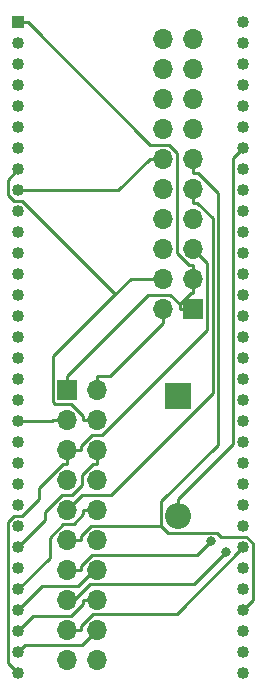
<source format=gbr>
%TF.GenerationSoftware,KiCad,Pcbnew,7.0.1*%
%TF.CreationDate,2023-07-20T10:28:40-07:00*%
%TF.ProjectId,tn_vdp_v9958_socket,746e5f76-6470-45f7-9639-3935385f736f,rev?*%
%TF.SameCoordinates,Original*%
%TF.FileFunction,Copper,L2,Bot*%
%TF.FilePolarity,Positive*%
%FSLAX46Y46*%
G04 Gerber Fmt 4.6, Leading zero omitted, Abs format (unit mm)*
G04 Created by KiCad (PCBNEW 7.0.1) date 2023-07-20 10:28:40*
%MOMM*%
%LPD*%
G01*
G04 APERTURE LIST*
%TA.AperFunction,ComponentPad*%
%ADD10R,2.200000X2.200000*%
%TD*%
%TA.AperFunction,ComponentPad*%
%ADD11O,2.200000X2.200000*%
%TD*%
%TA.AperFunction,ComponentPad*%
%ADD12R,1.700000X1.700000*%
%TD*%
%TA.AperFunction,ComponentPad*%
%ADD13O,1.700000X1.700000*%
%TD*%
%TA.AperFunction,ComponentPad*%
%ADD14R,1.016000X1.016000*%
%TD*%
%TA.AperFunction,ComponentPad*%
%ADD15C,1.016000*%
%TD*%
%TA.AperFunction,ViaPad*%
%ADD16C,0.800000*%
%TD*%
%TA.AperFunction,Conductor*%
%ADD17C,0.250000*%
%TD*%
G04 APERTURE END LIST*
D10*
%TO.P,D1,1,K*%
%TO.N,VCCO*%
X174000000Y-77750000D03*
D11*
%TO.P,D1,2,A*%
%TO.N,VCC*%
X174000000Y-87910000D03*
%TD*%
D12*
%TO.P,J3,1,Pin_1*%
%TO.N,GND*%
X164592000Y-77260000D03*
D13*
%TO.P,J3,2,Pin_2*%
%TO.N,VCCO*%
X167132000Y-77260000D03*
%TO.P,J3,3,Pin_3*%
%TO.N,GND*%
X164592000Y-79800000D03*
%TO.P,J3,4,Pin_4*%
%TO.N,CPUCLK*%
X167132000Y-79800000D03*
%TO.P,J3,5,Pin_5*%
%TO.N,CD7*%
X164592000Y-82340000D03*
%TO.P,J3,6,Pin_6*%
%TO.N,WAIT*%
X167132000Y-82340000D03*
%TO.P,J3,7,Pin_7*%
%TO.N,CD6*%
X164592000Y-84880000D03*
%TO.P,J3,8,Pin_8*%
%TO.N,unconnected-(J3-Pin_8-Pad8)*%
X167132000Y-84880000D03*
%TO.P,J3,9,Pin_9*%
%TO.N,CD5*%
X164592000Y-87420000D03*
%TO.P,J3,10,Pin_10*%
%TO.N,MODE1*%
X167132000Y-87420000D03*
%TO.P,J3,11,Pin_11*%
%TO.N,CD4*%
X164592000Y-89960000D03*
%TO.P,J3,12,Pin_12*%
%TO.N,~{RESET}*%
X167132000Y-89960000D03*
%TO.P,J3,13,Pin_13*%
%TO.N,CD3*%
X164592000Y-92500000D03*
%TO.P,J3,14,Pin_14*%
%TO.N,MODE0*%
X167132000Y-92500000D03*
%TO.P,J3,15,Pin_15*%
%TO.N,CD2*%
X164592000Y-95040000D03*
%TO.P,J3,16,Pin_16*%
%TO.N,~{CSW}*%
X167132000Y-95040000D03*
%TO.P,J3,17,Pin_17*%
%TO.N,CD1*%
X164592000Y-97580000D03*
%TO.P,J3,18,Pin_18*%
%TO.N,~{CSR}*%
X167132000Y-97580000D03*
%TO.P,J3,19,Pin_19*%
%TO.N,CD0*%
X164592000Y-100120000D03*
%TO.P,J3,20,Pin_20*%
%TO.N,~{INT}*%
X167132000Y-100120000D03*
%TD*%
D14*
%TO.P,U1,1,GND*%
%TO.N,GND*%
X160450000Y-46132000D03*
D15*
%TO.P,U1,2,~{DHCLK}*%
%TO.N,unconnected-(U1-~{DHCLK}-Pad2)*%
X160450000Y-47910000D03*
%TO.P,U1,3,~{DLCKL}*%
%TO.N,unconnected-(U1-~{DLCKL}-Pad3)*%
X160450000Y-49688000D03*
%TO.P,U1,4,~{VDS/VRESET}*%
%TO.N,unconnected-(U1-~{VDS{slash}VRESET}-Pad4)*%
X160450000Y-51466000D03*
%TO.P,U1,5,HSYNC*%
%TO.N,unconnected-(U1-HSYNC-Pad5)*%
X160450000Y-53244000D03*
%TO.P,U1,6,CSYNC*%
%TO.N,unconnected-(U1-CSYNC-Pad6)*%
X160450000Y-55022000D03*
%TO.P,U1,7,BLEO*%
%TO.N,unconnected-(U1-BLEO-Pad7)*%
X160450000Y-56800000D03*
%TO.P,U1,8,CPUCLK*%
%TO.N,CPUCLK*%
X160450000Y-58578000D03*
%TO.P,U1,9,~{RESET}*%
%TO.N,~{RESET}*%
X160450000Y-60356000D03*
%TO.P,U1,10,~{YS}*%
%TO.N,unconnected-(U1-~{YS}-Pad10)*%
X160450000Y-62134000D03*
%TO.P,U1,11,CBDR*%
%TO.N,unconnected-(U1-CBDR-Pad11)*%
X160450000Y-63912000D03*
%TO.P,U1,12,C7*%
%TO.N,unconnected-(U1-C7-Pad12)*%
X160450000Y-65690000D03*
%TO.P,U1,13,C6*%
%TO.N,unconnected-(U1-C6-Pad13)*%
X160450000Y-67468000D03*
%TO.P,U1,14,C5*%
%TO.N,unconnected-(U1-C5-Pad14)*%
X160450000Y-69246000D03*
%TO.P,U1,15,C4*%
%TO.N,unconnected-(U1-C4-Pad15)*%
X160450000Y-71024000D03*
%TO.P,U1,16,C3*%
%TO.N,unconnected-(U1-C3-Pad16)*%
X160450000Y-72802000D03*
%TO.P,U1,17,C2*%
%TO.N,unconnected-(U1-C2-Pad17)*%
X160450000Y-74580000D03*
%TO.P,U1,18,C1*%
%TO.N,unconnected-(U1-C1-Pad18)*%
X160450000Y-76358000D03*
%TO.P,U1,19,C0*%
%TO.N,unconnected-(U1-C0-Pad19)*%
X160450000Y-78136000D03*
%TO.P,U1,20,GND*%
%TO.N,GND*%
X160450000Y-79914000D03*
%TO.P,U1,21,VIDEO/VDD*%
%TO.N,unconnected-(U1-VIDEO{slash}VDD-Pad21)*%
X160450000Y-81692000D03*
%TO.P,U1,22,G*%
%TO.N,unconnected-(U1-G-Pad22)*%
X160450000Y-83470000D03*
%TO.P,U1,23,R*%
%TO.N,unconnected-(U1-R-Pad23)*%
X160450000Y-85248000D03*
%TO.P,U1,24,B*%
%TO.N,unconnected-(U1-B-Pad24)*%
X160450000Y-87026000D03*
%TO.P,U1,25,~{INT}*%
%TO.N,~{INT}*%
X160450000Y-88804000D03*
%TO.P,U1,26,~{LPS/WAIT}*%
%TO.N,WAIT*%
X160450000Y-90582000D03*
%TO.P,U1,27,~{LPD/HRESET}*%
%TO.N,unconnected-(U1-~{LPD{slash}HRESET}-Pad27)*%
X160450000Y-92360000D03*
%TO.P,U1,28,MODE1*%
%TO.N,MODE1*%
X160450000Y-94138000D03*
%TO.P,U1,29,MODE0*%
%TO.N,MODE0*%
X160450000Y-95916000D03*
%TO.P,U1,30,~{CSW}*%
%TO.N,~{CSW}*%
X160450000Y-97694000D03*
%TO.P,U1,31,~{CSR}*%
%TO.N,~{CSR}*%
X160450000Y-99472000D03*
%TO.P,U1,32,CD7*%
%TO.N,CD7*%
X160450000Y-101250000D03*
%TO.P,U1,33,VBB*%
%TO.N,unconnected-(U1-VBB-Pad33)*%
X179500000Y-101250000D03*
%TO.P,U1,34,CD6*%
%TO.N,CD6*%
X179500000Y-99472000D03*
%TO.P,U1,35,CD5*%
%TO.N,CD5*%
X179500000Y-97694000D03*
%TO.P,U1,36,CD4*%
%TO.N,CD4*%
X179500000Y-95916000D03*
%TO.P,U1,37,CD3*%
%TO.N,CD3*%
X179500000Y-94138000D03*
%TO.P,U1,38,CD2*%
%TO.N,CD2*%
X179500000Y-92360000D03*
%TO.P,U1,39,CD1*%
%TO.N,CD1*%
X179500000Y-90582000D03*
%TO.P,U1,40,CD0*%
%TO.N,CD0*%
X179500000Y-88804000D03*
%TO.P,U1,41,RD0*%
%TO.N,unconnected-(U1-RD0-Pad41)*%
X179500000Y-87026000D03*
%TO.P,U1,42,RD1*%
%TO.N,unconnected-(U1-RD1-Pad42)*%
X179500000Y-85248000D03*
%TO.P,U1,43,RD2*%
%TO.N,unconnected-(U1-RD2-Pad43)*%
X179500000Y-83470000D03*
%TO.P,U1,44,RD3*%
%TO.N,unconnected-(U1-RD3-Pad44)*%
X179500000Y-81692000D03*
%TO.P,U1,45,RD4*%
%TO.N,unconnected-(U1-RD4-Pad45)*%
X179500000Y-79914000D03*
%TO.P,U1,46,RD5*%
%TO.N,unconnected-(U1-RD5-Pad46)*%
X179500000Y-78136000D03*
%TO.P,U1,47,RD6*%
%TO.N,unconnected-(U1-RD6-Pad47)*%
X179500000Y-76358000D03*
%TO.P,U1,48,RD7*%
%TO.N,unconnected-(U1-RD7-Pad48)*%
X179500000Y-74580000D03*
%TO.P,U1,49,AD0*%
%TO.N,unconnected-(U1-AD0-Pad49)*%
X179500000Y-72802000D03*
%TO.P,U1,50,AD1*%
%TO.N,unconnected-(U1-AD1-Pad50)*%
X179500000Y-71024000D03*
%TO.P,U1,51,AD2*%
%TO.N,unconnected-(U1-AD2-Pad51)*%
X179500000Y-69246000D03*
%TO.P,U1,52,AD3*%
%TO.N,unconnected-(U1-AD3-Pad52)*%
X179500000Y-67468000D03*
%TO.P,U1,53,AD4*%
%TO.N,unconnected-(U1-AD4-Pad53)*%
X179500000Y-65690000D03*
%TO.P,U1,54,AD5*%
%TO.N,unconnected-(U1-AD5-Pad54)*%
X179500000Y-63912000D03*
%TO.P,U1,55,AD6*%
%TO.N,unconnected-(U1-AD6-Pad55)*%
X179500000Y-62134000D03*
%TO.P,U1,56,AD7*%
%TO.N,unconnected-(U1-AD7-Pad56)*%
X179500000Y-60356000D03*
%TO.P,U1,57,R/~{W}*%
%TO.N,unconnected-(U1-R{slash}~{W}-Pad57)*%
X179500000Y-58578000D03*
%TO.P,U1,58,VCC*%
%TO.N,VCC*%
X179500000Y-56800000D03*
%TO.P,U1,59,~{CASX}*%
%TO.N,unconnected-(U1-~{CASX}-Pad59)*%
X179500000Y-55022000D03*
%TO.P,U1,60,~{CAS1}*%
%TO.N,unconnected-(U1-~{CAS1}-Pad60)*%
X179500000Y-53244000D03*
%TO.P,U1,61,~{CAS0}*%
%TO.N,unconnected-(U1-~{CAS0}-Pad61)*%
X179500000Y-51466000D03*
%TO.P,U1,62,~{RAS}*%
%TO.N,unconnected-(U1-~{RAS}-Pad62)*%
X179500000Y-49688000D03*
%TO.P,U1,63,XTAL1*%
%TO.N,unconnected-(U1-XTAL1-Pad63)*%
X179500000Y-47910000D03*
%TO.P,U1,64,XTAL2*%
%TO.N,unconnected-(U1-XTAL2-Pad64)*%
X179500000Y-46132000D03*
%TD*%
D12*
%TO.P,J4,1,Pin_1*%
%TO.N,GND*%
X175290000Y-70370000D03*
D13*
%TO.P,J4,2,Pin_2*%
%TO.N,VCCO*%
X172750000Y-70370000D03*
%TO.P,J4,3,Pin_3*%
%TO.N,GND*%
X175290000Y-67830000D03*
%TO.P,J4,4,Pin_4*%
%TO.N,CPUCLK*%
X172750000Y-67830000D03*
%TO.P,J4,5,Pin_5*%
%TO.N,CD7*%
X175290000Y-65290000D03*
%TO.P,J4,6,Pin_6*%
%TO.N,WAIT*%
X172750000Y-65290000D03*
%TO.P,J4,7,Pin_7*%
%TO.N,CD6*%
X175290000Y-62750000D03*
%TO.P,J4,8,Pin_8*%
%TO.N,unconnected-(J4-Pin_8-Pad8)*%
X172750000Y-62750000D03*
%TO.P,J4,9,Pin_9*%
%TO.N,CD5*%
X175290000Y-60210000D03*
%TO.P,J4,10,Pin_10*%
%TO.N,MODE1*%
X172750000Y-60210000D03*
%TO.P,J4,11,Pin_11*%
%TO.N,CD4*%
X175290000Y-57670000D03*
%TO.P,J4,12,Pin_12*%
%TO.N,~{RESET}*%
X172750000Y-57670000D03*
%TO.P,J4,13,Pin_13*%
%TO.N,CD3*%
X175290000Y-55130000D03*
%TO.P,J4,14,Pin_14*%
%TO.N,MODE0*%
X172750000Y-55130000D03*
%TO.P,J4,15,Pin_15*%
%TO.N,CD2*%
X175290000Y-52590000D03*
%TO.P,J4,16,Pin_16*%
%TO.N,~{CSW}*%
X172750000Y-52590000D03*
%TO.P,J4,17,Pin_17*%
%TO.N,CD1*%
X175290000Y-50050000D03*
%TO.P,J4,18,Pin_18*%
%TO.N,~{CSR}*%
X172750000Y-50050000D03*
%TO.P,J4,19,Pin_19*%
%TO.N,CD0*%
X175290000Y-47510000D03*
%TO.P,J4,20,Pin_20*%
%TO.N,~{INT}*%
X172750000Y-47510000D03*
%TD*%
D16*
%TO.N,CD2*%
X178073500Y-90933500D03*
%TO.N,CD3*%
X176755400Y-90065700D03*
%TD*%
D17*
%TO.N,MODE1*%
X165956900Y-87785200D02*
X165956900Y-87420000D01*
X165147000Y-88595100D02*
X165956900Y-87785200D01*
X164276100Y-88595100D02*
X165147000Y-88595100D01*
X163116000Y-89755200D02*
X164276100Y-88595100D01*
X163116000Y-91472000D02*
X163116000Y-89755200D01*
X160450000Y-94138000D02*
X163116000Y-91472000D01*
X167132000Y-87420000D02*
X165956900Y-87420000D01*
%TO.N,CPUCLK*%
X172750000Y-67830000D02*
X171574900Y-67830000D01*
X167132000Y-79800000D02*
X165956900Y-79800000D01*
X160778000Y-61245000D02*
X168674000Y-69140900D01*
X160088800Y-61245000D02*
X160778000Y-61245000D01*
X159565400Y-60721600D02*
X160088800Y-61245000D01*
X159565400Y-59462600D02*
X159565400Y-60721600D01*
X160450000Y-58578000D02*
X159565400Y-59462600D01*
X169984900Y-67830000D02*
X168674000Y-69140900D01*
X171574900Y-67830000D02*
X169984900Y-67830000D01*
X165956900Y-79434800D02*
X165956900Y-79800000D01*
X164957300Y-78435200D02*
X165956900Y-79434800D01*
X163561000Y-78435200D02*
X164957300Y-78435200D01*
X163416800Y-78291000D02*
X163561000Y-78435200D01*
X163416800Y-74398100D02*
X163416800Y-78291000D01*
X168674000Y-69140900D02*
X163416800Y-74398100D01*
%TO.N,~{RESET}*%
X168888900Y-60356000D02*
X171574900Y-57670000D01*
X160450000Y-60356000D02*
X168888900Y-60356000D01*
X172750000Y-57670000D02*
X171574900Y-57670000D01*
%TO.N,CD1*%
X165767100Y-97214700D02*
X165767100Y-97580000D01*
X166766600Y-96215200D02*
X165767100Y-97214700D01*
X173866800Y-96215200D02*
X166766600Y-96215200D01*
X179500000Y-90582000D02*
X173866800Y-96215200D01*
X164592000Y-97580000D02*
X165767100Y-97580000D01*
%TO.N,CD2*%
X175331800Y-93675200D02*
X178073500Y-90933500D01*
X166517600Y-93675200D02*
X175331800Y-93675200D01*
X165152800Y-95040000D02*
X166517600Y-93675200D01*
X164592000Y-95040000D02*
X165152800Y-95040000D01*
%TO.N,CD3*%
X165767100Y-92134700D02*
X165767100Y-92500000D01*
X166671800Y-91230000D02*
X165767100Y-92134700D01*
X175591100Y-91230000D02*
X166671800Y-91230000D01*
X176755400Y-90065700D02*
X175591100Y-91230000D01*
X164592000Y-92500000D02*
X165767100Y-92500000D01*
%TO.N,CD4*%
X164592000Y-89960000D02*
X165767100Y-89960000D01*
X172568800Y-86674000D02*
X172568800Y-88778800D01*
X177365500Y-81877300D02*
X172568800Y-86674000D01*
X177365500Y-60553400D02*
X177365500Y-81877300D01*
X175657200Y-58845100D02*
X177365500Y-60553400D01*
X175290000Y-58845100D02*
X175657200Y-58845100D01*
X173125300Y-89335300D02*
X172568800Y-88778800D01*
X177295500Y-89335300D02*
X173125300Y-89335300D01*
X177633600Y-89673400D02*
X177295500Y-89335300D01*
X179780500Y-89673400D02*
X177633600Y-89673400D01*
X180351700Y-90244600D02*
X179780500Y-89673400D01*
X180351700Y-95064300D02*
X180351700Y-90244600D01*
X179500000Y-95916000D02*
X180351700Y-95064300D01*
X165767100Y-89594700D02*
X165767100Y-89960000D01*
X166583000Y-88778800D02*
X165767100Y-89594700D01*
X172568800Y-88778800D02*
X166583000Y-88778800D01*
X175290000Y-57670000D02*
X175290000Y-58845100D01*
%TO.N,CD5*%
X175290000Y-60210000D02*
X175290000Y-61385100D01*
X165862000Y-86150000D02*
X164592000Y-87420000D01*
X168311000Y-86150000D02*
X165862000Y-86150000D01*
X176915300Y-77545700D02*
X168311000Y-86150000D01*
X176915300Y-62713300D02*
X176915300Y-77545700D01*
X175587100Y-61385100D02*
X176915300Y-62713300D01*
X175290000Y-61385100D02*
X175587100Y-61385100D01*
%TO.N,CD7*%
X164592000Y-82340000D02*
X165767100Y-82340000D01*
X165767100Y-81974700D02*
X165767100Y-82340000D01*
X166671800Y-81070000D02*
X165767100Y-81974700D01*
X167557800Y-81070000D02*
X166671800Y-81070000D01*
X176465100Y-72162700D02*
X167557800Y-81070000D01*
X176465100Y-66465100D02*
X176465100Y-72162700D01*
X175290000Y-65290000D02*
X176465100Y-66465100D01*
X164226700Y-83515100D02*
X164592000Y-83515100D01*
X162190800Y-85551000D02*
X164226700Y-83515100D01*
X162190800Y-86472500D02*
X162190800Y-85551000D01*
X160748300Y-87915000D02*
X162190800Y-86472500D01*
X160088800Y-87915000D02*
X160748300Y-87915000D01*
X159565400Y-88438400D02*
X160088800Y-87915000D01*
X159565400Y-100365400D02*
X159565400Y-88438400D01*
X160450000Y-101250000D02*
X159565400Y-100365400D01*
X164592000Y-82340000D02*
X164592000Y-83515100D01*
%TO.N,~{CSR}*%
X165862000Y-98850000D02*
X167132000Y-97580000D01*
X161072000Y-98850000D02*
X165862000Y-98850000D01*
X160450000Y-99472000D02*
X161072000Y-98850000D01*
%TO.N,~{CSW}*%
X165956900Y-95405200D02*
X165956900Y-95040000D01*
X164957300Y-96404800D02*
X165956900Y-95405200D01*
X161739200Y-96404800D02*
X164957300Y-96404800D01*
X160450000Y-97694000D02*
X161739200Y-96404800D01*
X167132000Y-95040000D02*
X165956900Y-95040000D01*
%TO.N,MODE0*%
X165524000Y-93864800D02*
X166888800Y-92500000D01*
X162501200Y-93864800D02*
X165524000Y-93864800D01*
X160450000Y-95916000D02*
X162501200Y-93864800D01*
X167071200Y-92500000D02*
X166888800Y-92500000D01*
X167071200Y-92500000D02*
X167132000Y-92500000D01*
%TO.N,VCCO*%
X168210200Y-76084900D02*
X167132000Y-76084900D01*
X172750000Y-71545100D02*
X168210200Y-76084900D01*
X172750000Y-70370000D02*
X172750000Y-71545100D01*
X167132000Y-77260000D02*
X167132000Y-76084900D01*
%TO.N,VCC*%
X178666800Y-81818100D02*
X174000000Y-86484900D01*
X178666800Y-57633200D02*
X178666800Y-81818100D01*
X179500000Y-56800000D02*
X178666800Y-57633200D01*
X174000000Y-87910000D02*
X174000000Y-86484900D01*
%TO.N,WAIT*%
X166766700Y-83515100D02*
X167132000Y-83515100D01*
X165862000Y-84419800D02*
X166766700Y-83515100D01*
X165862000Y-85289300D02*
X165862000Y-84419800D01*
X165001300Y-86150000D02*
X165862000Y-85289300D01*
X164177700Y-86150000D02*
X165001300Y-86150000D01*
X162735800Y-87591900D02*
X164177700Y-86150000D01*
X162735800Y-88296200D02*
X162735800Y-87591900D01*
X160450000Y-90582000D02*
X162735800Y-88296200D01*
X167132000Y-82340000D02*
X167132000Y-83515100D01*
%TO.N,GND*%
X163302900Y-79914000D02*
X163416900Y-79800000D01*
X160450000Y-79914000D02*
X163302900Y-79914000D01*
X164592000Y-79800000D02*
X163416900Y-79800000D01*
X164592000Y-77260000D02*
X164592000Y-76084900D01*
X175290000Y-70370000D02*
X174114900Y-70370000D01*
X174924700Y-66654900D02*
X175290000Y-66654900D01*
X173925200Y-65655400D02*
X174924700Y-66654900D01*
X173925200Y-57179800D02*
X173925200Y-65655400D01*
X173240200Y-56494800D02*
X173925200Y-57179800D01*
X171645900Y-56494800D02*
X173240200Y-56494800D01*
X161283100Y-46132000D02*
X171645900Y-56494800D01*
X160450000Y-46132000D02*
X161283100Y-46132000D01*
X175290000Y-67242400D02*
X175290000Y-66654900D01*
X175290000Y-67242400D02*
X175290000Y-67830000D01*
X175290000Y-67830000D02*
X175290000Y-69005100D01*
X175112500Y-69005100D02*
X174114900Y-70002700D01*
X175290000Y-69005100D02*
X175112500Y-69005100D01*
X173307100Y-69194900D02*
X174114900Y-70002700D01*
X171482000Y-69194900D02*
X173307100Y-69194900D01*
X164592000Y-76084900D02*
X171482000Y-69194900D01*
X174114900Y-70002700D02*
X174114900Y-70370000D01*
%TD*%
M02*

</source>
